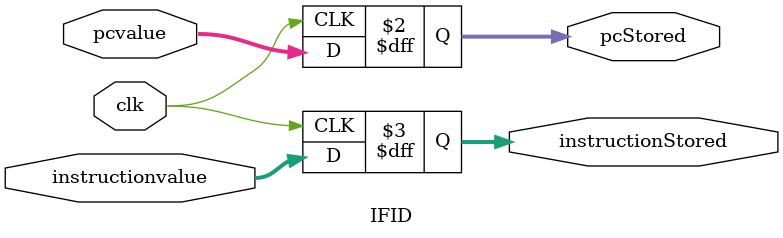
<source format=v>
module IFID(
		input clk,
		input [31:0] pcvalue,
		output reg [31:0] pcStored,
		input [31:0] instructionvalue,
		output reg [31:0] instructionStored
    );
	 always @(posedge clk)
	 begin 
	 pcStored<=pcvalue;
	 instructionStored<=instructionvalue;
	 end


endmodule

</source>
